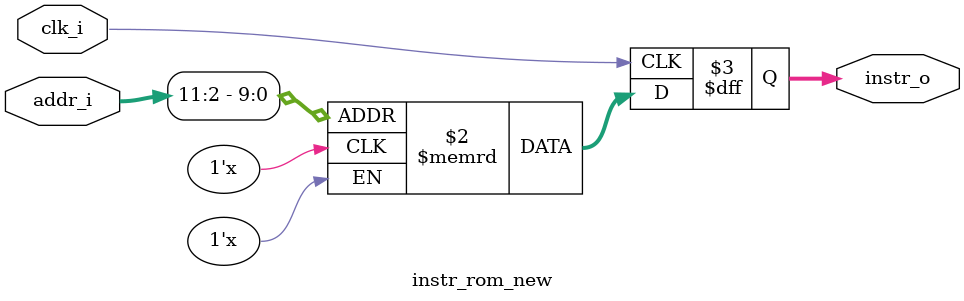
<source format=v>
module instr_rom_new (
   input clk_i,

   input [30:2] addr_i, //İşlemcinin okuduğu adres
   output reg [31:0] instr_o //İşlemciye giden buyruk
);

reg [31:0] rom [0:1023];

always @(posedge clk_i) begin
   instr_o <= rom[addr_i[11:2]];
end
   
endmodule
</source>
